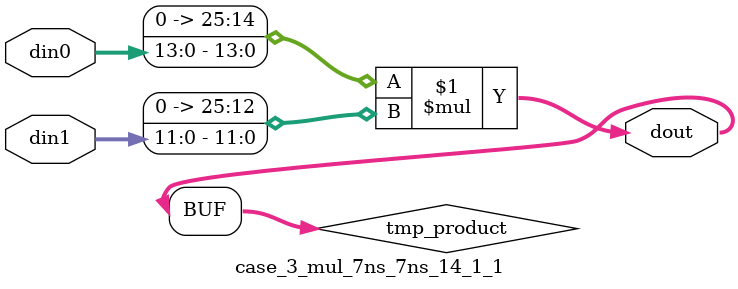
<source format=v>

`timescale 1 ns / 1 ps

 (* use_dsp = "no" *)  module case_3_mul_7ns_7ns_14_1_1(din0, din1, dout);
parameter ID = 1;
parameter NUM_STAGE = 0;
parameter din0_WIDTH = 14;
parameter din1_WIDTH = 12;
parameter dout_WIDTH = 26;

input [din0_WIDTH - 1 : 0] din0; 
input [din1_WIDTH - 1 : 0] din1; 
output [dout_WIDTH - 1 : 0] dout;

wire signed [dout_WIDTH - 1 : 0] tmp_product;
























assign tmp_product = $signed({1'b0, din0}) * $signed({1'b0, din1});











assign dout = tmp_product;





















endmodule

</source>
